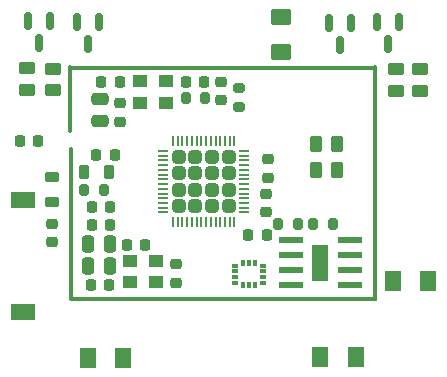
<source format=gbr>
%TF.GenerationSoftware,KiCad,Pcbnew,7.0.2*%
%TF.CreationDate,2023-05-17T08:13:23+02:00*%
%TF.ProjectId,5V DC Smart Socket,35562044-4320-4536-9d61-727420536f63,rev?*%
%TF.SameCoordinates,Original*%
%TF.FileFunction,Paste,Top*%
%TF.FilePolarity,Positive*%
%FSLAX46Y46*%
G04 Gerber Fmt 4.6, Leading zero omitted, Abs format (unit mm)*
G04 Created by KiCad (PCBNEW 7.0.2) date 2023-05-17 08:13:23*
%MOMM*%
%LPD*%
G01*
G04 APERTURE LIST*
G04 Aperture macros list*
%AMRoundRect*
0 Rectangle with rounded corners*
0 $1 Rounding radius*
0 $2 $3 $4 $5 $6 $7 $8 $9 X,Y pos of 4 corners*
0 Add a 4 corners polygon primitive as box body*
4,1,4,$2,$3,$4,$5,$6,$7,$8,$9,$2,$3,0*
0 Add four circle primitives for the rounded corners*
1,1,$1+$1,$2,$3*
1,1,$1+$1,$4,$5*
1,1,$1+$1,$6,$7*
1,1,$1+$1,$8,$9*
0 Add four rect primitives between the rounded corners*
20,1,$1+$1,$2,$3,$4,$5,0*
20,1,$1+$1,$4,$5,$6,$7,0*
20,1,$1+$1,$6,$7,$8,$9,0*
20,1,$1+$1,$8,$9,$2,$3,0*%
G04 Aperture macros list end*
%ADD10RoundRect,0.250000X-0.315000X-0.315000X0.315000X-0.315000X0.315000X0.315000X-0.315000X0.315000X0*%
%ADD11RoundRect,0.050000X-0.387500X-0.050000X0.387500X-0.050000X0.387500X0.050000X-0.387500X0.050000X0*%
%ADD12RoundRect,0.050000X-0.050000X-0.387500X0.050000X-0.387500X0.050000X0.387500X-0.050000X0.387500X0*%
%ADD13RoundRect,0.250001X-0.462499X-0.624999X0.462499X-0.624999X0.462499X0.624999X-0.462499X0.624999X0*%
%ADD14RoundRect,0.250000X-0.250000X-0.475000X0.250000X-0.475000X0.250000X0.475000X-0.250000X0.475000X0*%
%ADD15RoundRect,0.225000X-0.225000X-0.250000X0.225000X-0.250000X0.225000X0.250000X-0.225000X0.250000X0*%
%ADD16RoundRect,0.150000X-0.150000X0.587500X-0.150000X-0.587500X0.150000X-0.587500X0.150000X0.587500X0*%
%ADD17RoundRect,0.200000X0.200000X0.275000X-0.200000X0.275000X-0.200000X-0.275000X0.200000X-0.275000X0*%
%ADD18RoundRect,0.225000X0.250000X-0.225000X0.250000X0.225000X-0.250000X0.225000X-0.250000X-0.225000X0*%
%ADD19RoundRect,0.225000X0.225000X0.250000X-0.225000X0.250000X-0.225000X-0.250000X0.225000X-0.250000X0*%
%ADD20RoundRect,0.250001X0.624999X-0.462499X0.624999X0.462499X-0.624999X0.462499X-0.624999X-0.462499X0*%
%ADD21RoundRect,0.200000X-0.200000X-0.275000X0.200000X-0.275000X0.200000X0.275000X-0.200000X0.275000X0*%
%ADD22R,0.580000X0.350000*%
%ADD23R,0.350000X0.580000*%
%ADD24RoundRect,0.225000X-0.250000X0.225000X-0.250000X-0.225000X0.250000X-0.225000X0.250000X0.225000X0*%
%ADD25R,1.300000X1.000000*%
%ADD26RoundRect,0.218750X-0.381250X0.218750X-0.381250X-0.218750X0.381250X-0.218750X0.381250X0.218750X0*%
%ADD27RoundRect,0.250000X-0.262500X-0.450000X0.262500X-0.450000X0.262500X0.450000X-0.262500X0.450000X0*%
%ADD28RoundRect,0.250000X0.450000X-0.262500X0.450000X0.262500X-0.450000X0.262500X-0.450000X-0.262500X0*%
%ADD29R,2.100000X1.400000*%
%ADD30RoundRect,0.250000X-0.475000X0.250000X-0.475000X-0.250000X0.475000X-0.250000X0.475000X0.250000X0*%
%ADD31RoundRect,0.041300X0.948700X0.253700X-0.948700X0.253700X-0.948700X-0.253700X0.948700X-0.253700X0*%
%ADD32RoundRect,0.098350X0.604150X1.437900X-0.604150X1.437900X-0.604150X-1.437900X0.604150X-1.437900X0*%
%ADD33RoundRect,0.218750X-0.218750X-0.381250X0.218750X-0.381250X0.218750X0.381250X-0.218750X0.381250X0*%
%ADD34RoundRect,0.100000X0.100000X-2.750000X0.100000X2.750000X-0.100000X2.750000X-0.100000X-2.750000X0*%
%ADD35RoundRect,0.100000X0.100000X-6.400000X0.100000X6.400000X-0.100000X6.400000X-0.100000X-6.400000X0*%
%ADD36RoundRect,0.102500X-12.887500X-0.102500X12.887500X-0.102500X12.887500X0.102500X-12.887500X0.102500X0*%
%ADD37RoundRect,0.097500X-12.887500X-0.097500X12.887500X-0.097500X12.887500X0.097500X-12.887500X0.097500X0*%
%ADD38RoundRect,0.102500X0.102500X-9.867500X0.102500X9.867500X-0.102500X9.867500X-0.102500X-9.867500X0*%
%ADD39RoundRect,0.200000X-0.275000X0.200000X-0.275000X-0.200000X0.275000X-0.200000X0.275000X0.200000X0*%
G04 APERTURE END LIST*
D10*
%TO.C,ESP32S1*%
X164358750Y-71800000D03*
X164358750Y-73200000D03*
X164358750Y-74600000D03*
X164358750Y-76000000D03*
X165758750Y-71800000D03*
X165758750Y-73200000D03*
X165758750Y-74600000D03*
X165758750Y-76000000D03*
X167158750Y-71800000D03*
X167158750Y-73200000D03*
X167158750Y-74600000D03*
X167158750Y-76000000D03*
X168558750Y-71800000D03*
X168558750Y-73200000D03*
X168558750Y-74600000D03*
X168558750Y-76000000D03*
D11*
X163021250Y-71300000D03*
X163021250Y-71700000D03*
X163021250Y-72100000D03*
X163021250Y-72500000D03*
X163021250Y-72900000D03*
X163021250Y-73300000D03*
X163021250Y-73700000D03*
X163021250Y-74100000D03*
X163021250Y-74500000D03*
X163021250Y-74900000D03*
X163021250Y-75300000D03*
X163021250Y-75700000D03*
X163021250Y-76100000D03*
X163021250Y-76500000D03*
D12*
X163858750Y-77337500D03*
X164258750Y-77337500D03*
X164658750Y-77337500D03*
X165058750Y-77337500D03*
X165458750Y-77337500D03*
X165858750Y-77337500D03*
X166258750Y-77337500D03*
X166658750Y-77337500D03*
X167058750Y-77337500D03*
X167458750Y-77337500D03*
X167858750Y-77337500D03*
X168258750Y-77337500D03*
X168658750Y-77337500D03*
X169058750Y-77337500D03*
D11*
X169896250Y-76500000D03*
X169896250Y-76100000D03*
X169896250Y-75700000D03*
X169896250Y-75300000D03*
X169896250Y-74900000D03*
X169896250Y-74500000D03*
X169896250Y-74100000D03*
X169896250Y-73700000D03*
X169896250Y-73300000D03*
X169896250Y-72900000D03*
X169896250Y-72500000D03*
X169896250Y-72100000D03*
X169896250Y-71700000D03*
X169896250Y-71300000D03*
D12*
X169058750Y-70462500D03*
X168658750Y-70462500D03*
X168258750Y-70462500D03*
X167858750Y-70462500D03*
X167458750Y-70462500D03*
X167058750Y-70462500D03*
X166658750Y-70462500D03*
X166258750Y-70462500D03*
X165858750Y-70462500D03*
X165458750Y-70462500D03*
X165058750Y-70462500D03*
X164658750Y-70462500D03*
X164258750Y-70462500D03*
X163858750Y-70462500D03*
%TD*%
D13*
%TO.C,F1*%
X176342500Y-88770000D03*
X179317500Y-88770000D03*
%TD*%
D14*
%TO.C,E2C2*%
X156648750Y-81010000D03*
X158548750Y-81010000D03*
%TD*%
D15*
%TO.C,EC37*%
X150915000Y-70450000D03*
X152465000Y-70450000D03*
%TD*%
%TO.C,EC1*%
X156993750Y-76020000D03*
X158543750Y-76020000D03*
%TD*%
D16*
%TO.C,MTRT1*%
X157610000Y-60337500D03*
X155710000Y-60337500D03*
X156660000Y-62212500D03*
%TD*%
D17*
%TO.C,E2R2*%
X166583750Y-66840000D03*
X164933750Y-66840000D03*
%TD*%
D18*
%TO.C,EC24*%
X171738750Y-76500000D03*
X171738750Y-74950000D03*
%TD*%
D13*
%TO.C,F1*%
X182445000Y-82350000D03*
X185420000Y-82350000D03*
%TD*%
D19*
%TO.C,E2C6*%
X161523750Y-79220000D03*
X159973750Y-79220000D03*
%TD*%
D20*
%TO.C,F1*%
X173040000Y-62957500D03*
X173040000Y-59982500D03*
%TD*%
D21*
%TO.C,ER1*%
X156343750Y-74600000D03*
X157993750Y-74600000D03*
%TD*%
D22*
%TO.C,IMU1*%
X169093750Y-81000000D03*
X169093750Y-81500000D03*
X169093750Y-82000000D03*
X169093750Y-82500000D03*
D23*
X169768750Y-82675000D03*
X170268750Y-82675000D03*
X170768750Y-82675000D03*
D22*
X171443750Y-82500000D03*
X171443750Y-82000000D03*
X171443750Y-81500000D03*
X171443750Y-81000000D03*
D23*
X170768750Y-80825000D03*
X170268750Y-80825000D03*
X169768750Y-80825000D03*
%TD*%
D15*
%TO.C,E2C5*%
X156993750Y-77530000D03*
X158543750Y-77530000D03*
%TD*%
D17*
%TO.C,IDR1*%
X174423750Y-77480000D03*
X172773750Y-77480000D03*
%TD*%
D21*
%TO.C,IDR2*%
X175733750Y-77470000D03*
X177383750Y-77470000D03*
%TD*%
D24*
%TO.C,E2C3*%
X159328750Y-67275000D03*
X159328750Y-68825000D03*
%TD*%
D19*
%TO.C,E2C7*%
X158923750Y-71620000D03*
X157373750Y-71620000D03*
%TD*%
D25*
%TO.C,E2CY1*%
X162428750Y-80620000D03*
X160228750Y-80620000D03*
X160228750Y-82420000D03*
X162428750Y-82420000D03*
%TD*%
D26*
%TO.C,EL4*%
X153590000Y-73525000D03*
X153590000Y-75650000D03*
%TD*%
D16*
%TO.C,MTRT1*%
X182990000Y-60355000D03*
X181090000Y-60355000D03*
X182040000Y-62230000D03*
%TD*%
D27*
%TO.C,MR2*%
X175927500Y-72940000D03*
X177752500Y-72940000D03*
%TD*%
D16*
%TO.C,MTRT1*%
X153440000Y-60270000D03*
X151540000Y-60270000D03*
X152490000Y-62145000D03*
%TD*%
D18*
%TO.C,E2C9*%
X164068750Y-82445000D03*
X164068750Y-80895000D03*
%TD*%
D27*
%TO.C,MR1*%
X175927500Y-70670000D03*
X177752500Y-70670000D03*
%TD*%
D18*
%TO.C,EC25*%
X171858750Y-73545000D03*
X171858750Y-71995000D03*
%TD*%
D16*
%TO.C,MTRT1*%
X178960000Y-60465000D03*
X177060000Y-60465000D03*
X178010000Y-62340000D03*
%TD*%
D19*
%TO.C,E2C11*%
X159343750Y-65490000D03*
X157793750Y-65490000D03*
%TD*%
D28*
%TO.C,MTRR1*%
X184810000Y-66202500D03*
X184810000Y-64377500D03*
%TD*%
D18*
%TO.C,E2C8*%
X167928750Y-66995000D03*
X167928750Y-65445000D03*
%TD*%
D29*
%TO.C,ANT1*%
X151160000Y-75470000D03*
X151160000Y-84970000D03*
%TD*%
D30*
%TO.C,E2C1*%
X157678750Y-66870000D03*
X157678750Y-68770000D03*
%TD*%
D28*
%TO.C,MTRR1*%
X153660000Y-66142500D03*
X153660000Y-64317500D03*
%TD*%
D25*
%TO.C,E2CY2*%
X161048750Y-67210000D03*
X163248750Y-67210000D03*
X163248750Y-65410000D03*
X161048750Y-65410000D03*
%TD*%
D15*
%TO.C,E2C14*%
X164953750Y-65440000D03*
X166503750Y-65440000D03*
%TD*%
D14*
%TO.C,E2C4*%
X156638750Y-79140000D03*
X158538750Y-79140000D03*
%TD*%
D31*
%TO.C,U1*%
X178808750Y-82615000D03*
X178808750Y-81345000D03*
X178808750Y-80075000D03*
X178808750Y-78805000D03*
X173868750Y-78805000D03*
X173868750Y-80075000D03*
X173868750Y-81345000D03*
X173868750Y-82615000D03*
D32*
X176268750Y-80760000D03*
%TD*%
D19*
%TO.C,E2C10*%
X158473750Y-82630000D03*
X156923750Y-82630000D03*
%TD*%
D33*
%TO.C,E2L1*%
X156326250Y-73100000D03*
X158451250Y-73100000D03*
%TD*%
D15*
%TO.C,IMUC1*%
X170233750Y-78420000D03*
X171783750Y-78420000D03*
%TD*%
D28*
%TO.C,MTRR1*%
X151460000Y-66132500D03*
X151460000Y-64307500D03*
%TD*%
D13*
%TO.C,F1*%
X156642500Y-88800000D03*
X159617500Y-88800000D03*
%TD*%
D34*
%TO.C,REF\u002A\u002A*%
X155160000Y-66915000D03*
D35*
X155180000Y-77505000D03*
D36*
X168130000Y-64270000D03*
D37*
X168135000Y-83800000D03*
D38*
X180935000Y-74025000D03*
%TD*%
D28*
%TO.C,MTRR1*%
X182710000Y-66212500D03*
X182710000Y-64387500D03*
%TD*%
D39*
%TO.C,E2R1*%
X169438750Y-65965000D03*
X169438750Y-67615000D03*
%TD*%
D24*
%TO.C,EC38*%
X153570000Y-77440000D03*
X153570000Y-78990000D03*
%TD*%
M02*

</source>
